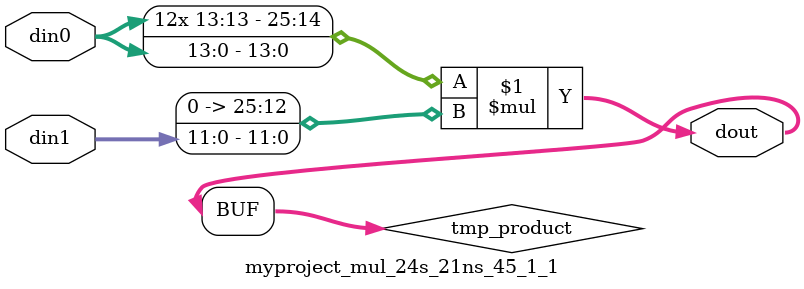
<source format=v>

`timescale 1 ns / 1 ps

  module myproject_mul_24s_21ns_45_1_1(din0, din1, dout);
parameter ID = 1;
parameter NUM_STAGE = 0;
parameter din0_WIDTH = 14;
parameter din1_WIDTH = 12;
parameter dout_WIDTH = 26;

input [din0_WIDTH - 1 : 0] din0; 
input [din1_WIDTH - 1 : 0] din1; 
output [dout_WIDTH - 1 : 0] dout;

wire signed [dout_WIDTH - 1 : 0] tmp_product;












assign tmp_product = $signed(din0) * $signed({1'b0, din1});









assign dout = tmp_product;







endmodule

</source>
